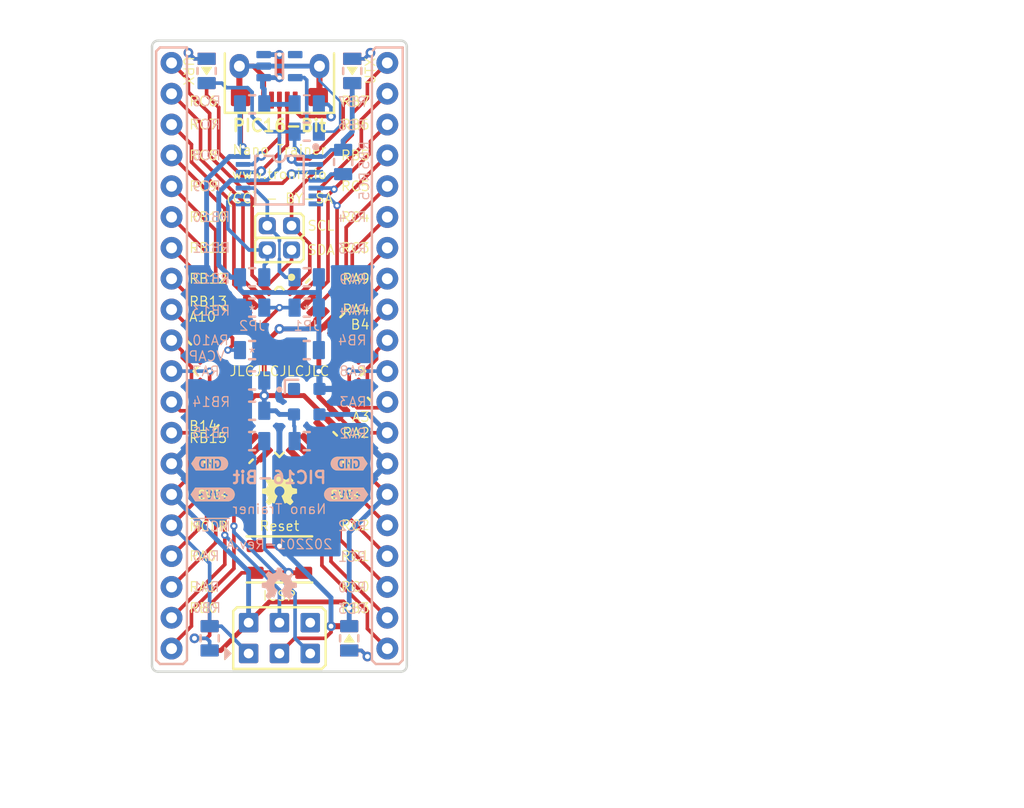
<source format=kicad_pcb>
(kicad_pcb (version 20221018) (generator pcbnew)
  (title_block (title "PIC16-Bit Nano Trainer") (date "01/2022") (rev "A"))
  (layers (0 "F.Cu" signal) (31 "B.Cu" signal) (34 "B.Paste" user) (35 "F.Paste" user) (36 "B.SilkS" user "B.Silkscreen") (37 "F.SilkS" user "F.Silkscreen") (38 "B.Mask" user) (39 "F.Mask" user) (44 "Edge.Cuts" user))
  (net 0 "")
  (net 1 "+3V3")
  (net 2 "GND")
  (net 3 "/VCAP")
  (net 4 "+5V")
  (net 5 "/DISVREG")
  (net 6 "RB6{slash}UTX")
  (net 7 "RB5{slash}URX")
  (net 8 "/RB2")
  (net 9 "/RB3")
  (net 10 "/RB4")
  (net 11 "/~{MCLR}")
  (net 12 "/RA0")
  (net 13 "/RA1")
  (net 14 "/RA3")
  (net 15 "RB9{slash}SDA")
  (net 16 "/RC6")
  (net 17 "/RC7")
  (net 18 "/RC8")
  (net 19 "/RC9")
  (net 20 "/RC0")
  (net 21 "/RB10")
  (net 22 "/RC1")
  (net 23 "/RC2")
  (net 24 "/RB11")
  (net 25 "/RB12")
  (net 26 "/RB13")
  (net 27 "/RA10")
  (net 28 "/RA7")
  (net 29 "/RC5")
  (net 30 "/RB14")
  (net 31 "/RB15")
  (net 32 "/RB0{slash}PGD")
  (net 33 "/RB1{slash}PGC")
  (net 34 "/RA2{slash}CLKI")
  (net 35 "Net-(K4-VBUS)")
  (net 36 "/RA8")
  (net 37 "/RA4")
  (net 38 "/RA9")
  (net 39 "/RC3")
  (net 40 "/RC4")
  (net 41 "/RB7")
  (net 42 "RB8{slash}SCL")
  (net 43 "Net-(U2-SCL)")
  (net 44 "Net-(U2-SDA)")
  (net 46 "Net-(K4-D-)")
  (net 47 "Net-(K4-D+)")
  (net 48 "Net-(C1-Pad1)")
  (net 50 "Net-(LED1-A)")
  (net 51 "Net-(LED2-C)")
  (net 52 "Net-(LED2-A)")
  (net 53 "Net-(LED3-C)")
  (net 54 "Net-(LED3-A)")
  (net 56 "Net-(U2-~{RESET})")
  (footprint "kibuzzard-6288ACE7" (layer "F.Cu") (at 116 85.395)
    (fp_text reference "kibuzzard-6288ACE7" hide)
    (fp_text value "G***" hide)
  )
  (footprint "tronixio:HARWIN-M22-25102xx" (layer "F.Cu") (at 109.5 65.25 90)
    (fp_text reference "JP4" hide)
    (fp_text value "SDA")
  )
  (footprint "tronixio:OSHW-3MM" (layer "F.Cu") (at 110.5 85)
    (fp_text reference "GT" hide)
    (fp_text value "LOGO" hide)
  )
  (footprint "tronixio:LED-SMD-0805" (layer "F.Cu") (at 116.25 97.25 -90)
    (fp_text reference "LED1" hide)
    (fp_text value "Power")
  )
  (footprint "tronixio:HARWIN-M20-998034x" (layer "F.Cu") (at 107.96 98.5 90)
    (fp_text reference "K3" hide)
    (fp_text value "ICSP")
  )
  (footprint "tronixio:HARWIN-M22-190-193" (layer "F.Cu") (at 119.12 104.25)
    (fp_text reference "H2" hide)
    (fp_text value "HARWIN-JUMPER-0200-03MM-BLACK" hide)
  )
  (footprint "tronixio:TQFP-44" (layer "F.Cu") (at 110.5 75.235 -45)
    (fp_text reference "U1" hide)
    (fp_text value "PIC24/dsPIC32")
  )
  (footprint "tronixio:HARWIN-M22-190-193" (layer "F.Cu") (at 114 104.25)
    (fp_text reference "H1" hide)
    (fp_text value "HARWIN-JUMPER-0200-03MM-BLACK" hide)
  )
  (footprint "kibuzzard-6288ACA8" (layer "F.Cu") (at 105 85.395)
    (fp_text reference "kibuzzard-6288ACA8" hide)
    (fp_text value "G***" hide)
  )
  (footprint "tronixio:HARWIN-M22-25102xx" (layer "F.Cu") (at 109.5 63.25 90)
    (fp_text reference "JP3" hide)
    (fp_text value "SCL")
  )
  (footprint "tronixio:USB-TYPE-B-MICRO-TH" (layer "F.Cu") (at 110.5 50.65 -90)
    (fp_text reference "K4" hide)
    (fp_text value "POWER & UART")
  )
  (footprint "tronixio:LED-SMD-0805" (layer "F.Cu") (at 116.5 50.5 90)
    (fp_text reference "LED3" hide)
    (fp_text value "UTX")
  )
  (footprint "kibuzzard-6288ACD9" (layer "F.Cu") (at 116.25 82.855)
    (fp_text reference "kibuzzard-6288ACD9" hide)
    (fp_text value "G***" hide)
  )
  (footprint "tronixio:RESISTOR-SMD-0805" (layer "F.Cu") (at 104.75 97.25 90)
    (fp_text reference "R1" hide)
    (fp_text value "10K")
  )
  (footprint "tronixio:ALPS-SKRPAC" (layer "F.Cu") (at 110.5 90.75)
    (fp_text reference "S1" hide)
    (fp_text value "Reset")
  )
  (footprint "kibuzzard-6288ACB7" (layer "F.Cu") (at 104.75 82.855)
    (fp_text reference "kibuzzard-6288ACB7" hide)
    (fp_text value "G***" hide)
  )
  (footprint "tronixio:LED-SMD-0805" (layer "F.Cu") (at 104.5 50.5 90)
    (fp_text reference "LED2" hide)
    (fp_text value "URX")
  )
  (footprint "tronixio:RESISTOR-SMD-0805" (layer "B.Cu") (at 112.75 70 180)
    (fp_text reference "JP1" hide)
    (fp_text value "0")
  )
  (footprint "tronixio:CAPACITOR-SMD-0805" (layer "B.Cu") (at 108.25 78.5 180)
    (fp_text reference "C3" hide)
    (fp_text value "100n")
  )
  (footprint "tronixio:RESISTOR-SMD-0805" (layer "B.Cu") (at 116.5 50.5 90)
    (fp_text reference "R7" hide)
    (fp_text value "4K7")
  )
  (footprint "tronixio:SAMTEC-TSW-120-22-T-S" (layer "B.Cu") (at 119.39 49.835 180)
    (fp_text reference "K2" hide)
    (fp_text value "MCU 2")
  )
  (footprint "tronixio:SOT-23-5" (layer "B.Cu") (at 110.5 50.1)
    (fp_text reference "U3" hide)
    (fp_text value "BU33SD5WG")
  )
  (footprint "tronixio:TSSOP-14" (layer "B.Cu") (at 110.5 59.5 180)
    (fp_text reference "U2" hide)
    (fp_text value "MCP2221A")
  )
  (footprint "tronixio:CAPACITOR-SMD-0805" (layer "B.Cu") (at 108.25 81 180)
    (fp_text reference "C1" hide)
    (fp_text value "100n")
  )
  (footprint "tronixio:RESISTOR-SMD-0805" (layer "B.Cu") (at 115.75 58 -90)
    (fp_text reference "R3" hide)
    (fp_text value "10K")
  )
  (footprint "tronixio:CAPACITOR-SMD-0805" (layer "B.Cu") (at 108.25 73.5)
    (fp_text reference "C6" hide)
    (fp_text value "10µ")
  )
  (footprint "tronixio:RESISTOR-SMD-0805" (layer "B.Cu") (at 104.5 50.5 90)
    (fp_text reference "R6" hide)
    (fp_text value "4K7")
  )
  (footprint "tronixio:CDFN-3225" (layer "B.Cu") (at 112.75 77.75 -90)
    (fp_text reference "MEMS1" hide)
    (fp_text value "DSC1001C")
  )
  (footprint "tronixio:RESISTOR-SMD-0805" (layer "B.Cu") (at 104.75 97.25 -90)
    (fp_text reference "R2" hide)
    (fp_text value "1K")
  )
  (footprint "tronixio:CAPACITOR-SMD-0805" (layer "B.Cu") (at 112.75 81)
    (fp_text reference "C2" hide)
    (fp_text value "100n")
  )
  (footprint "tronixio:SAMTEC-TSW-120-22-T-S" (layer "B.Cu") (at 101.61 49.835 180)
    (fp_text reference "K1" hide)
    (fp_text value "MCU 1")
  )
  (footprint "tronixio:RESISTOR-SMD-0805" (layer "B.Cu") (at 108.25 67.5)
    (fp_text reference "R5" hide)
    (fp_text value "4K7")
  )
  (footprint "tronixio:RESISTOR-SMD-0805" (layer "B.Cu") (at 112.75 67.5 180)
    (fp_text reference "R4" hide)
    (fp_text value "4K7")
  )
  (footprint "tronixio:CAPACITOR-SMD-0805" (layer "B.Cu") (at 112.75 55.5)
    (fp_text reference "C8" hide)
    (fp_text value "1µ")
  )
  (footprint "kibuzzard-640ED4F0" (layer "B.Cu") (at 105 85.395 180)
    (fp_text reference "kibuzzard-640ED4F0" hide)
    (fp_text value "G***" hide)
  )
  (footprint "kibuzzard-640ED50E" (layer "B.Cu") (at 116.25 82.855 180)
    (fp_text reference "kibuzzard-640ED50E" hide)
    (fp_text value "G***" hide)
  )
  (footprint "tronixio:CAPACITOR-SMD-0805" (layer "B.Cu") (at 112.75 73.5 180)
    (fp_text reference "C4" hide)
    (fp_text value "100n")
  )
  (footprint "tronixio:RESISTOR-SMD-0805" (layer "B.Cu") (at 108.25 70 180)
    (fp_text reference "JP2" hide)
    (fp_text value "0")
  )
  (footprint "tronixio:CAPACITOR-SMD-0805" (layer "B.Cu") (at 108.25 53.25 180)
    (fp_text reference "C7" hide)
    (fp_text value "1µ")
  )
  (footprint "tronixio:OSHW-3MM" (layer "B.Cu") (at 110.5 92.75 180)
    (fp_text reference "GB" hide)
    (fp_text value "LOGO" hide)
  )
  (footprint "tronixio:FUSE-SMD-0805" (layer "B.Cu") (at 112.75 53.25 180)
    (fp_text reference "F1" hide)
    (fp_text value "500mA")
  )
  (footprint "tronixio:CAPACITOR-SMD-0805" (layer "B.Cu") (at 108.25 76 180)
    (fp_text reference "C5" hide)
    (fp_text value "100n")
  )
  (footprint "kibuzzard-640ED4C8" (layer "B.Cu") (at 104.75 82.855 180)
    (fp_text reference "kibuzzard-640ED4C8" hide)
    (fp_text value "G***" hide)
  )
  (footprint "kibuzzard-640ED52E" (layer "B.Cu") (at 116 85.395 180)
    (fp_text reference "kibuzzard-640ED52E" hide)
    (fp_text value "G***" hide)
  )
  (footprint "tronixio:RESISTOR-SMD-0805" (layer "B.Cu") (at 116.25 97.25 -90)
    (fp_text reference "R8" hide)
    (fp_text value "4K7")
  )
  (gr_circle (center 110.5 76.75) (end 110.7 76.75) (stroke (width 0.1)) (fill solid) (layer "B.SilkS"))
  (gr_circle (center 113.5 56.75) (end 113.75 56.75) (stroke (width 0.1)) (fill solid) (layer "B.SilkS"))
  (gr_poly (pts (xy 106.5 98.5) (xy 106 98) (xy 106 99)) (stroke (width 0.1)) (fill solid) (layer "B.SilkS"))
  (gr_circle (center 111.5 67.5) (end 111.25 67.5) (stroke (width 0.1)) (fill solid) (layer "F.SilkS"))
  (gr_poly (pts (xy 106.5 98.5) (xy 106 99) (xy 106 98)) (stroke (width 0.1)) (fill solid) (layer "F.SilkS"))
  (gr_line (start 100.5 100) (end 120.5 100) (stroke (width 0.2)) (layer "Edge.Cuts"))
  (gr_arc (start 100 48.5) (mid 100.146447 48.146447) (end 100.5 48) (stroke (width 0.2)) (layer "Edge.Cuts"))
  (gr_arc (start 120.5 48) (mid 120.853553 48.146447) (end 121 48.5) (stroke (width 0.2)) (layer "Edge.Cuts"))
  (gr_arc (start 121 99.5) (mid 120.853553 99.853553) (end 120.5 100) (stroke (width 0.2)) (layer "Edge.Cuts"))
  (gr_line (start 100 48.5) (end 100 99.5) (stroke (width 0.2)) (layer "Edge.Cuts"))
  (gr_line (start 121 99.5) (end 121 48.5) (stroke (width 0.2)) (layer "Edge.Cuts"))
  (gr_line (start 120.5 48) (end 100.5 48) (stroke (width 0.2)) (layer "Edge.Cuts"))
  (gr_arc (start 100.5 100) (mid 100.146447 99.853553) (end 100 99.5) (stroke (width 0.2)) (layer "Edge.Cuts"))
  (gr_text "RB5" (at 117.5 57.455001 90) (layer "B.SilkS") (effects (font (size 0.8 0.8) (thickness 0.1)) (justify mirror)))
  (gr_text "RB12" (at 103.25 67.615) (layer "B.SilkS") (effects (font (size 0.8 0.8) (thickness 0.1)) (justify right mirror)))
  (gr_text "RB11" (at 103.25 65.075) (layer "B.SilkS") (effects (font (size 0.8 0.8) (thickness 0.1)) (justify right mirror)))
  (gr_text "RC7" (at 103.25 54.915) (layer "B.SilkS") (effects (font (size 0.8 0.8) (thickness 0.1)) (justify right mirror)))
  (gr_text "RA10" (at 103.25 72.695) (layer "B.SilkS") (effects (font (size 0.8 0.8) (thickness 0.1)) (justify right mirror)))
  (gr_text "JP2" (at 108.25 71.5) (layer "B.SilkS") (effects (font (size 0.8 0.8) (thickness 0.1)) (justify mirror)))
  (gr_text "RA4" (at 117.75 70.22) (layer "B.SilkS") (effects (font (size 0.8 0.8) (thickness 0.1)) (justify left mirror)))
  (gr_text "RC2" (at 117.75 88) (layer "B.SilkS") (effects (font (size 0.8 0.8) (thickness 0.1)) (justify left mirror)))
  (gr_text "RB3" (at 117.75 94.815) (layer "B.SilkS") (effects (font (size 0.8 0.8) (thickness 0.1)) (justify left mirror)))
  (gr_text "RC5" (at 117.5 59.995001 90) (layer "B.SilkS") (effects (font (size 0.8 0.8) (thickness 0.1)) (justify mirror)))
  (gr_text "RB15" (at 103.25 80.315) (layer "B.SilkS") (effects (font (size 0.8 0.8) (thickness 0.1)) (justify right mirror)))
  (gr_text "RC0" (at 117.75 93.065) (layer "B.SilkS") (effects (font (size 0.8 0.8) (thickness 0.1)) (justify left mirror)))
  (gr_text "Nano Trainer" (at 110.5 86.6) (layer "B.SilkS") (effects (font (size 0.8 0.8) (thickness 0.1)) (justify mirror)))
  (gr_text "RA1" (at 103.25 93.015) (layer "B.SilkS") (effects (font (size 0.8 0.8) (thickness 0.1)) (justify right mirror)))
  (gr_text "RC4" (at 117.75 62.535) (layer "B.SilkS") (effects (font (size 0.8 0.8) (thickness 0.1)) (justify left mirror)))
  (gr_text "VCAP" (at 104.5 74) (layer "B.SilkS") (effects (font (size 0.8 0.8) (thickness 0.1)) (justify mirror)))
  (gr_text "JP1" (at 112.75 71.5) (layer "B.SilkS") (effects (font (size 0.8 0.8) (thickness 0.1)) (justify mirror)))
  (gr_text "RB7" (at 117.75 53.065) (layer "B.SilkS") (effects (font (size 0.8 0.8) (thickness 0.1)) (justify left mirror)))
  (gr_text "*" (at 112.75 70.25) (layer "B.SilkS") (effects (font (size 0.8 0.8) (thickness 0.1)) (justify mirror)))
  (gr_text "RA8" (at 117.75 75.235) (layer "B.SilkS") (effects (font (size 0.8 0.8) (thickness 0.1)) (justify left mirror)))
  (gr_text "RA3" (at 117.75 77.775) (layer "B.SilkS") (effects (font (size 0.8 0.8) (thickness 0.1)) (justify left mirror)))
  (gr_text "RB0" (at 103.25 94.75) (layer "B.SilkS") (effects (font (size 0.8 0.8) (thickness 0.1)) (justify right mirror)))
  (gr_text "RC1" (at 117.75 90.54) (layer "B.SilkS") (effects (font (size 0.8 0.8) (thickness 0.1)) (justify left mirror)))
  (gr_text "~{MCLR}" (at 103.25 88.032) (layer "B.SilkS") (effects (font (size 0.8 0.8) (thickness 0.1)) (justify right mirror)))
  (gr_text "RB10" (at 103.25 62.535) (layer "B.SilkS") (effects (font (size 0.8 0.8) (thickness 0.1)) (justify right mirror)))
  (gr_text "RC8" (at 103.25 57.455) (layer "B.SilkS") (effects (font (size 0.8 0.8) (thickness 0.1)) (justify right mirror)))
  (gr_text "RB13" (at 103.25 70.25) (layer "B.SilkS") (effects (font (size 0.8 0.8) (thickness 0.1)) (justify right mirror)))
  (gr_text "202201-Rev.A" (at 110.5 89.5) (layer "B.SilkS") (effects (font (size 0.8 0.8) (thickness 0.1)) (justify mirror)))
  (gr_text "RA2" (at 117.75 80.38) (layer "B.SilkS") (effects (font (size 0.8 0.8) (thickness 0.1)) (justify left mirror)))
  (gr_text "RC9" (at 103.25 60) (layer "B.SilkS") (effects (font (size 0.8 0.8) (thickness 0.1)) (justify right mirror)))
  (gr_text "RB14" (at 103.25 77.775) (layer "B.SilkS") (effects (font (size 0.8 0.8) (thickness 0.1)) (justify right mirror)))
  (gr_text "PIC16-Bit" (at 110.5 84) (layer "B.SilkS") (effects (font (size 1 1) (thickness 0.2)) (justify mirror)))
  (gr_text "RA9" (at 117.75 67.68) (layer "B.SilkS") (effects (font (size 0.8 0.8) (thickness 0.1)) (justify left mirror)))
  (gr_text "RA0" (at 103.25 90.475) (layer "B.SilkS") (effects (font (size 0.8 0.8) (thickness 0.1)) (justify right mirror)))
  (gr_text "RC3" (at 117.75 65.14) (layer "B.SilkS") (effects (font (size 0.8 0.8) (thickness 0.1)) (justify left mirror)))
  (gr_text "RC6" (at 103.25 53) (layer "B.SilkS") (effects (font (size 0.8 0.8) (thickness 0.1)) (justify right mirror)))
  (gr_text "*" (at 108.25 70.25) (layer "B.SilkS") (effects (font (size 0.8 0.8) (thickness 0.1)) (justify mirror)))
  (gr_text "*" (at 108.25 73.75) (layer "B.SilkS") (effects (font (size 0.8 0.8) (thickness 0.1)) (justify mirror)))
  (gr_text "RA7" (at 103.25 75.25) (layer "B.SilkS") (effects (font (size 0.8 0.8) (thickness 0.1)) (justify right mirror)))
  (gr_text "RB4" (at 117.75 72.695) (layer "B.SilkS") (effects (font (size 0.8 0.8) (thickness 0.1)) (justify left mirror)))
  (gr_text "RB6" (at 117.75 54.98) (layer "B.SilkS") (effects (font (size 0.8 0.8) (thickness 0.1)) (justify left mirror)))
  (gr_text "RC6" (at 103 53) (layer "F.SilkS") (effects (font (size 0.8 0.8) (thickness 0.1)) (justify left)))
  (gr_text "RC8" (at 103 57.455) (layer "F.SilkS") (effects (font (size 0.8 0.8) (thickness 0.1)) (justify left)))
  (gr_text "Reset" (at 110.5 88) (layer "F.SilkS") (effects (font (size 0.8 0.8) (thickness 0.1))))
  (gr_text "RB10" (at 103 62.535) (layer "F.SilkS") (effects (font (size 0.8 0.8) (thickness 0.1)) (justify left)))
  (gr_text "RA0" (at 103 90.475) (layer "F.SilkS") (effects (font (size 0.8 0.8) (thickness 0.1)) (justify left)))
  (gr_text "(CC) - BY-SA" (at 110.5 61) (layer "F.SilkS") (effects (font (size 0.8 0.8) (thickness 0.1))))
  (gr_text "B4" (at 118 71.4) (layer "F.SilkS") (effects (font (size 0.8 0.8) (thickness 0.1)) (justify right)))
  (gr_text "URX" (at 103 50.5 270) (layer "F.SilkS") (effects (font (size 0.8 0.8) (thickness 0.1))))
  (gr_text "RC7" (at 103 54.915) (layer "F.SilkS") (effects (font (size 0.8 0.8) (thickness 0.1)) (justify left)))
  (gr_text "ICSP" (at 110.5 93.75) (layer "F.SilkS") (effects (font (size 0.8 0.8) (thickness 0.1))))
  (gr_text "RB12" (at 103 67.615) (layer "F.SilkS") (effects (font (size 0.8 0.8) (thickness 0.1)) (justify left)))
  (gr_text "RB5" (at 118 57.455) (layer "F.SilkS") (effects (font (size 0.8 0.8) (thickness 0.1)) (justify right)))
  (gr_text "RB6" (at 118 54.915) (layer "F.SilkS") (effects (font (size 0.8 0.8) (thickness 0.1)) (justify right)))
  (gr_text "RC4" (at 118 62.535) (layer "F.SilkS") (effects (font (size 0.8 0.8) (thickness 0.1)) (justify right)))
  (gr_text "Nano Trainer" (at 110.5 57) (layer "F.SilkS") (effects (font (size 0.8 0.8) (thickness 0.1))))
  (gr_text "~{MCLR}" (at 103 88.032) (layer "F.SilkS") (effects (font (size 0.8 0.8) (thickness 0.1)) (justify left)))
  (gr_text "RC9" (at 103 59.995) (layer "F.SilkS") (effects (font (size 0.8 0.8) (thickness 0.1)) (justify left)))
  (gr_text "RB0" (at 103 94.75) (layer "F.SilkS") (effects (font (size 0.8 0.8) (thickness 0.1)) (justify left)))
  (gr_text "PIC16-Bit" (at 110.5 55) (layer "F.SilkS") (effects (font (size 1 1) (thickness 0.2))))
  (gr_text "A10" (at 103 70.75) (layer "F.SilkS") (effects (font (size 0.8 0.8) (thickness 0.1)) (justify left)))
  (gr_text "RB15" (at 103 80.75) (layer "F.SilkS") (effects (font (size 0.8 0.8) (thickness 0.1)) (justify left)))
  (gr_text "RA9" (at 118 67.615) (layer "F.SilkS") (effects (font (size 0.8 0.8) (thickness 0.1)) (justify right)))
  (gr_text "SDA" (at 112.75 65.25) (layer "F.SilkS") (effects (font (size 0.8 0.8) (thickness 0.1)) (justify left)))
  (gr_text "RC1" (at 118 90.475) (layer "F.SilkS") (effects (font (size 0.8 0.8) (thickness 0.1)) (justify right)))
  (gr_text "RA2" (at 118 80.315) (layer "F.SilkS") (effects (font (size 0.8 0.8) (thickness 0.1)) (justify right)))
  (gr_text "SCL" (at 112.75 63.25) (layer "F.SilkS") (effects (font (size 0.8 0.8) (thickness 0.1)) (justify left)))
  (gr_text "RA1" (at 103 93.015) (layer "F.SilkS") (effects (font (size 0.8 0.8) (thickness 0.1)) (justify left)))
  (gr_text "RB13" (at 103 69.5) (layer "F.SilkS") (effects (font (size 0.8 0.8) (thickness 0.1)) (justify left)))
  (gr_text "RC5" (at 118 59.995) (layer "F.SilkS") (effects (font (size 0.8 0.8) (thickness 0.1)) (justify right)))
  (gr_text "RB11" (at 103 65.075) (layer "F.SilkS") (effects (font (size 0.8 0.8) (thickness 0.1)) (justify left)))
  (gr_text "A3" (at 118 79) (layer "F.SilkS") (effects (font (size 0.8 0.8) (thickness 0.1)) (justify right)))
  (gr_text "B14" (at 103 79.75) (layer "F.SilkS") (effects (font (size 0.8 0.8) (thickness 0.1)) (justify left)))
  (gr_text "www.tronix.io" (at 110.5 59) (layer "F.SilkS") (effects (font (size 0.8 0.8) (thickness 0.1))))
  (gr_text "UTX" (at 118 50.5 90) (layer "F.SilkS") (effects (font (size 0.8 0.8) (thickness 0.1))))
  (gr_text "RC3" (at 118 65.075) (layer "F.SilkS") (effects (font (size 0.8 0.8) (thickness 0.1)) (justify right)))
  (gr_text "RA4" (at 118 70.155) (layer "F.SilkS") (effects (font (size 0.8 0.8) (thickness 0.1)) (justify right)))
  (gr_text "JLCJLCJLCJLC" (at 110.5 75.235) (layer "F.SilkS") (effects (font (size 0.8 0.8) (thickness 0.1))))
  (gr_text "RB3" (at 118 94.75) (layer "F.SilkS") (effects (font (size 0.8 0.8) (thickness 0.1)) (justify right)))
  (gr_text "RC2" (at 118 87.935) (layer "F.SilkS") (effects (font (size 0.8 0.8) (thickness 0.1)) (justify right)))
  (gr_text "RC0" (at 118 93) (layer "F.SilkS") (effects (font (size 0.8 0.8) (thickness 0.1)) (justify right)))
  (gr_text "RB7" (at 118 53) (layer "F.SilkS") (effects (font (size 0.8 0.8) (thickness 0.1)) (justify right)))
  (segment (start 101.61 85.395) (end 103 84.005) (width 0.3) (layer "F.Cu") (net 1))
  (segment (start 119.39 85.395) (end 117.75 83.755) (width 0.3) (layer "F.Cu") (net 1))
  (segment (start 106.469491 79.265509) (end 108.485 77.25) (width 0.4) (layer "F.Cu") (net 1))
  (segment (start 117.75 83.755) (end 117.75 82.485) (width 0.3) (layer "F.Cu") (net 1))
  (segment (start 105.67 98.25) (end 107.96 95.96) (width 0.4) (layer "F.Cu") (net 1))
  (segment (start 117.75 82.485) (end 114.530509 79.265509) (width 0.3) (layer "F.Cu") (net 1))
  (segment (start 104.75 98.25) (end 105.67 98.25) (width 0.4) (layer "F.Cu") (net 1))
  (segment (start 115.75 94.25) (end 109.67 94.25) (width 0.4) (layer "F.Cu") (net 1))
  (segment (start 110.5 71.75) (end 112.85363 71.75) (width 0.4) (layer "F.Cu") (net 1))
  (segment (start 109.25 73) (end 110.5 71.75) (width 0.4) (layer "F.Cu") (net 1))
  (segment (start 109.25 77.25) (end 108.485 77.25) (width 0.4) (layer "F.Cu") (net 1))
  (segment (start 116.25 94.75) (end 115.75 94.25) (width 0.4) (layer "F.Cu") (net 1))
  (segment (start 103 84.005) (end 103 82.735) (width 0.3) (layer "F.Cu") (net 1))
  (segment (start 109.67 94.25) (end 107.96 95.96) (width 0.4) (layer "F.Cu") (net 1))
  (segment (start 112.85363 71.75) (end 113.964823 70.638806) (width 0.4) (layer "F.Cu") (net 1))
  (segment (start 103 82.735) (end 106.469491 79.265509) (width 0.3) (layer "F.Cu") (net 1))
  (segment (start 109.25 77.25) (end 109.25 73) (width 0.4) (layer "F.Cu") (net 1))
  (segment (start 114.530509 79.265509) (end 112.515 77.25) (width 0.4) (layer "F.Cu") (net 1))
  (segment (start 112.515 77.25) (end 109.25 77.25) (width 0.4) (layer "F.Cu") (net 1))
  (via (at 109.25 77.25) (size 0.8) (drill 0.4) (layers "F.Cu" "B.Cu") (net 1))
  (via (at 110.5 71.75) (size 0.8) (drill 0.4) (layers "F.Cu" "B.Cu") (net 1))
  (via (at 116.25 94.75) (size 0.8) (drill 0.4) (layers "F.Cu" "B.Cu") (net 1))
  (segment (start 105.5 60.5) (end 106.5 59.5) (width 0.4) (layer "B.Cu") (net 1))
  (segment (start 112.5 55.5) (end 112.75 55.25) (width 0.3) (layer "B.Cu") (net 1))
  (segment (start 110.5 71.75) (end 113.75 71.75) (width 0.4) (layer "B.Cu") (net 1))
  (segment (start 108.25 52.25) (end 108.25 54.25) (width 0.3) (layer "B.Cu") (net 1))
  (segment (start 104.5 51.5) (end 105.75 51.5) (width 0.3) (layer "B.Cu") (net 1))
  (segment (start 116.25 96.25) (end 116.25 94.75) (width 0.4) (layer "B.Cu") (net 1))
  (segment (start 113.75 67.5) (end 113.75 68.75) (width 0.5) (layer "B.Cu") (net 1))
  (segment (start 110.2 78.5) (end 110.5 78.8) (width 0.4) (layer "B.Cu") (net 1))
  (segment (start 113.5 57.55) (end 114.2 57.55) (width 0.3) (layer "B.Cu") (net 1))
  (segment (start 107.875 51.875) (end 108.25 52.25) (width 0.3) (layer "B.Cu") (net 1))
  (segment (start 113.75 71.75) (end 113.75 70) (width 0.4) (layer "B.Cu") (net 1))
  (segment (start 115.75 56.25) (end 115.75 57) (width 0.4) (layer "B.Cu") (net 1))
  (segment (start 107.96 91.745) (end 101.61 85.395) (width 0.4) (layer "B.Cu") (net 1))
  (segment (start 111.7 78.8) (end 111.7 79.75) (width 0.3) (layer "B.Cu") (net 1))
  (segment (start 108.25 54.25) (end 109.5 55.5) (width 0.3) (layer "B.Cu") (net 1))
  (segment (start 110.5 78.8) (end 111.7 78.8) (width 0.4) (layer "B.Cu") (net 1))
  (segment (start 112.75 55.25) (end 112.75 51.25) (width 0.3) (layer "B.Cu") (net 1))
  (segment (start 111.75 56.75) (end 112.55 57.55) (width 0.3) (layer "B.Cu") (net 1))
  (segment (start 106.125 51.875) (end 107.875 51.875) (width 0.3) (layer "B.Cu") (net 1))
  (segment (start 109.25 78.5) (end 110.2 78.5) (width 0.4) (layer "B.Cu") (net 1))
  (segment (start 111.7 79.75) (end 111.75 79.8) (width 0.3) (layer "B.Cu") (net 1))
  (segment (start 112.55 57.55) (end 113.5 57.55) (width 0.3) (layer "B.Cu") (net 1))
  (segment (start 111.75 55.5) (end 112.5 55.5) (width 0.3) (layer "B.Cu") (net 1))
  (segment (start 105.5 66.5) (end 105.5 60.5) (width 0.4) (layer "B.Cu") (net 1))
  (segment (start 112.75 51.25) (end 112.55 51.05) (width 0.3) (layer "B.Cu") (net 1))
  (segment (start 106.5 67.5) (end 105.5 66.5) (width 0.4) (layer "B.Cu") (net 1))
  (segment (start 109.5 59.5) (end 110.5 58.5) (width 0.3) (layer "B.Cu") (net 1))
  (segment (start 111.75 79.8) (end 111.75 81) (width 0.3) (layer "B.Cu") (net 1))
  (segment (start 109.25 78.5) (end 109.25 76) (width 0.4) (layer "B.Cu") (net 1))
  (segment (start 107.25 68.5) (end 107.5 68.75) (width 0.4) (layer "B.Cu") (net 1))
  (segment (start 113.75 68.75) (end 113.75 70) (width 0.5) (layer "B.Cu") (net 1))
  (segment (start 107.5 68.75) (end 113.75 68.75) (width 0.4) (layer "B.Cu") (net 1))
  (segment (start 115.75 56.25) (end 116.5 55.5) (width 0.4) (layer "B.Cu") (net 1))
  (segment (start 109.5 55.5) (end 110.5 55.5) (width 0.3) (layer "B.Cu") (net 1))
  (segment (start 116.5 55.5) (end 116.5 51.5) (width 0.4) (layer "B.Cu") (net 1))
  (segment (start 111.75 55.5) (end 111.75 56.75) (width 0.3) (layer "B.Cu") (net 1))
  (segment (start 105.75 51.5) (end 106.125 51.875) (width 0.3) (layer "B.Cu") (net 1))
  (segment (start 119.39 85.395) (end 116.25 88.535) (width 0.4) (layer "B.Cu") (net 1))
  (segment (start 112.55 51.05) (end 111.8 51.05) (width 0.3) (layer "B.Cu") (net 1))
  (segment (start 113.75 73.5) (end 113.75 71.75) (width 0.4) (layer "B.Cu") (net 1))
  (segment (start 107.25 67.5) (end 107.25 68.5) (width 0.4) (layer "B.Cu") (net 1))
  (segment (start 106.5 59.5) (end 107.5 59.5) (width 0.4) (layer "B.Cu") (net 1))
  (segment (start 107.96 95.96) (end 107.96 91.745) (width 0.4) (layer "B.Cu") (net 1))
  (segment (start 107.5 59.5) (end 109.5 59.5) (width 0.3) (layer "B.Cu") (net 1))
  (segment (start 110.5 55.5) (end 111.75 55.5) (width 0.3) (layer "B.Cu") (net 1))
  (segment (start 116.25 88.535) (end 116.25 94.75) (width 0.4) (layer "B.Cu") (net 1))
  (segment (start 107.25 67.5) (end 106.5 67.5) (width 0.4) (layer "B.Cu") (net 1))
  (segment (start 110.5 58.5) (end 110.5 55.5) (width 0.3) (layer "B.Cu") (net 1))
  (segment (start 114.75 57) (end 115.75 57) (width 0.3) (layer "B.Cu") (net 1))
  (segment (start 114.2 57.55) (end 114.75 57) (width 0.3) (layer "B.Cu") (net 1))
  (segment (start 116.25 96.25) (end 114.75 96.25) (width 0.5) (layer "F.Cu") (net 2))
  (segment (start 101.748629 82.855) (end 105.903806 78.699823) (width 0.3) (layer "F.Cu") (net 2))
  (segment (start 110.5 98.5) (end 111.75 97.25) (width 0.3) (layer "F.Cu") (net 2))
  (segment (start 112.6 89.65) (end 110.5 89.65) (width 0.4) (layer "F.Cu") (net 2))
  (segment (start 113.75 77.353629) (end 113.75 75.4) (width 0.4) (layer "F.Cu") (net 2))
  (segment (start 107.2 50.1) (end 108.35 50.1) (width 0.4) (layer "F.Cu") (net 2))
  (segment (start 113.75 75.4) (end 113.75 71.985) (width 0.4) (layer "F.Cu") (net 2))
  (segment (start 107.3 52.65) (end 107.3 56.55) (width 0.4) (layer "F.Cu") (net 2))
  (segment (start 119.251371 82.855) (end 115.096194 78.699823) (width 0.3) (layer "F.Cu") (net 2))
  (segment (start 107.3 56.55) (end 107.5 56.75) (width 0.4) (layer "F.Cu") (net 2))
  (segment (start 111.75 97.25) (end 114.25 97.25) (width 0.3) (layer "F.Cu") (net 2))
  (segment (start 107.2 50.1) (end 107.2 52.4) (width 0.5) (layer "F.Cu") (net 2))
  (segment (start 108.35 50.1) (end 109.2 50.95) (width 0.4) (layer "F.Cu") (net 2))
  (segment (start 115.096194 78.699823) (end 113.75 77.353629) (width 0.4) (layer "F.Cu") (net 2))
  (segment (start 114.25 97.25) (end 114.75 96.75) (width 0.3) (layer "F.Cu") (net 2))
  (segment (start 113.75 71.985) (end 114.530509 71.204491) (width 0.4) (layer "F.Cu") (net 2))
  (segment (start 114.75 96.75) (end 114.75 96.25) (width 0.3) (layer "F.Cu") (net 2))
  (segment (start 109.2 50.95) (end 109.2 52.9) (width 0.4) (layer "F.Cu") (net 2))
  (segment (start 108.4 89.65) (end 110.5 89.65) (width 0.4) (layer "F.Cu") (net 2))
  (segment (start 113.8 50.1) (end 113.8 52.4) (width 0.5) (layer "F.Cu") (net 2))
  (via (at 114.75 96.25) (size 0.8) (drill 0.4) (layers "F.Cu" "B.Cu") (net 2))
  (via (at 107.5 56.75) (size 0.6) (drill 0.3) (layers "F.Cu" "B.Cu") (net 2))
  (via (at 110.5 89.65) (size 0.8) (drill 0.4) (layers "F.Cu" "B.Cu") (net 2))
  (via (at 113.75 75.25) (size 0.8) (drill 0.4) (layers "F.Cu" "B.Cu") (net 2))
  (segment (start 107.25 70) (end 106 70) (width 0.4) (layer "B.Cu") (net 2))
  (segment (start 107.5 56.75) (end 107.25 56.5) (width 0.4) (layer "B.Cu") (net 2))
  (segment (start 114.75 93.9) (end 110.5 89.65) (width 0.4) (layer "B.Cu") (net 2))
  (segment (start 109.1 50.1) (end 113.8 50.1) (width 0.4) (layer "B.Cu") (net 2))
  (segment (start 107.5 57.55) (end 107.5 56.75) (width 0.4) (layer "B.Cu") (net 2))
  (segment (start 113.8 51.3) (end 113.8 50.1) (width 0.2) (layer "B.Cu") (net 2))
  (segment (start 107.25 56.5) (end 107.25 53.25) (width 0.4) (layer "B.Cu") (net 2))
  (segment (start 115 55.5) (end 115.5 55) (width 0.2) (layer "B.Cu") (net 2))
  (segment (start 114.75 96.25) (end 114.75 93.9) (width 0.4) (layer "B.Cu") (net 2))
  (segment (start 115.5 55) (end 115.5 53) (width 0.2) (layer "B.Cu") (net 2))
  (segment (start 115.5 53) (end 113.8 51.3) (width 0.2) (layer "B.Cu") (net 2))
  (segment (start 104.5 68.5) (end 104.5 59.446786) (width 0.4) (layer "B.Cu") (net 2))
  (segment (start 113.75 55.5) (end 115 55.5) (width 0.2) (layer "B.Cu") (net 2))
  (segment (start 107.2 50.1) (end 109.1 50.1) (width 0.4) (layer "B.Cu") (net 2))
  (segment (start 104.5 59.446786) (end 106.396786 57.55) (width 0.4) (layer "B.Cu") (net 2))
  (segment (start 106 70) (end 104.5 68.5) (width 0.4) (layer "B.Cu") (net 2))
  (segment (start 106.396786 57.55) (end 107.5 57.55) (width 0.4) (layer "B.Cu") (net 2))
  (segment (start 106.633629 72.5) (end 106.633629 73.116371) (width 0.3) (layer "F.Cu") (net 3))
  (segment (start 106.633629 73.116371) (end 106.25 73.5) (width 0.3) (layer "F.Cu") (net 3))
  (segment (start 105.903806 71.770177) (end 106.633629 72.5) (width 0.3) (layer "F.Cu") (net 3))
  (via (at 106.25 73.5) (size 0.6) (drill 0.3) (layers "F.Cu" "B.Cu") (net 3))
  (segment (start 107.25 73.5) (end 106.25 73.5) (width 0.3) (layer "B.Cu") (net 3))
  (segment (start 110.5 51.05) (end 110.5 49.15) (width 0.4) (layer "F.Cu") (net 4))
  (via (at 110.5 49.15) (size 0.75) (drill 0.35) (layers "F.Cu" "B.Cu") (net 4))
  (via (at 110.5 51.05) (size 0.75) (drill 0.35) (layers "F.Cu" "B.Cu") (net 4))
  (segment (start 111.75 53.25) (end 109.25 53.25) (width 0.4) (layer "B.Cu") (net 4))
  (segment (start 110.4 49.15) (end 110.5 49.25) (width 0.3) (layer "B.Cu") (net 4))
  (segment (start 109.1 51.05) (end 109.1 51.85) (width 0.4) (layer "B.Cu") (net 4))
  (segment (start 109.1 51.05) (end 110.5 51.05) (width 0.4) (layer "B.Cu") (net 4))
  (segment (start 109.1 49.15) (end 110.4 49.15) (width 0.4) (layer "B.Cu") (net 4))
  (segment (start 109.25 52) (end 109.25 53.25) (width 0.4) (layer "B.Cu") (net 4))
  (segment (start 109.1 51.85) (end 109.25 52) (width 0.4) (layer "B.Cu") (net 4))
  (segment (start 106.469491 71.204491) (end 107.265 72) (width 0.3) (layer "F.Cu") (net 5))
  (segment (start 107.265 72) (end 108.5 72) (width 0.3) (layer "F.Cu") (net 5))
  (segment (start 108.5 72) (end 110.5 70) (width 0.3) (layer "F.Cu") (net 5))
  (via (at 110.5 70) (size 0.6) (drill 0.3) (layers "F.Cu" "B.Cu") (net 5))
  (segment (start 111.75 70) (end 109.25 70) (width 0.3) (layer "B.Cu") (net 5))
  (segment (start 112.833452 69.507435) (end 114.5 67.840887) (width 0.3) (layer "F.Cu") (net 6))
  (segment (start 114.5 67.840887) (end 114.5 60.75) (width 0.3) (layer "F.Cu") (net 6))
  (segment (start 118 56.305) (end 118 57.25) (width 0.3) (layer "F.Cu") (net 6))
  (segment (start 118 57.25) (end 114.5 60.75) (width 0.3) (layer "F.Cu") (net 6))
  (segment (start 119.39 54.915) (end 118 56.305) (width 0.3) (layer "F.Cu") (net 6))
  (via (at 115 60.25) (size 0.6) (drill 0.3) (layers "F.Cu" "B.Cu") (net 6))
  (segment (start 115 60.25) (end 114.9 60.15) (width 0.3) (layer "B.Cu") (net 6))
  (segment (start 114.9 60.15) (end 113.5 60.15) (width 0.3) (layer "B.Cu") (net 6))
  (segment (start 113.399138 70.07312) (end 115.25 68.222258) (width 0.3) (layer "F.Cu") (net 7))
  (segment (start 115.25 61.595) (end 119.39 57.455) (width 0.3) (layer "F.Cu") (net 7))
  (segment (start 115.25 68.222258) (end 115.25 61.595) (width 0.3) (layer "F.Cu") (net 7))
  (via (at 115.25 61.595) (size 0.6) (drill 0.3) (layers "F.Cu" "B.Cu") (net 7))
  (segment (start 114.455 60.8) (end 113.5 60.8) (width 0.3) (layer "B.Cu") (net 7))
  (segment (start 115.25 61.595) (end 114.455 60.8) (width 0.3) (layer "B.Cu") (net 7))
  (segment (start 117.75 95) (end 114 91.25) (width 0.3) (layer "F.Cu") (net 8))
  (segment (start 119.39 98.095) (end 117.75 96.455) (width 0.3) (layer "F.Cu") (net 8))
  (segment (start 114 91.25) (end 114 84.391854) (width 0.3) (layer "F.Cu") (net 8))
  (segment (start 117.75 96.455) (end 117.75 95) (width 0.3) (layer "F.Cu") (net 8))
  (segment (start 114 84.391854) (end 111.702082 82.093936) (width 0.3) (layer "F.Cu") (net 8))
  (segment (start 114.75 90.915) (end 114.75 84.010483) (width 0.3) (layer "F.Cu") (net 9))
  (segment (start 114.75 84.010483) (end 112.267767 81.52825) (width 0.3) (layer "F.Cu") (net 9))
  (segment (start 119.39 95.555) (end 114.75 90.915) (width 0.3) (layer "F.Cu") (net 9))
  (segment (start 117.75 75) (end 117.75 76.046018) (width 0.3) (layer "F.Cu") (net 10))
  (segment (start 117.75 76.046018) (end 117.358936 76.437082) (width 0.3) (layer "F.Cu") (net 10))
  (segment (start 118.5 73.585) (end 118.5 74.25) (width 0.3) (layer "F.Cu") (net 10))
  (segment (start 118.5 74.25) (end 117.75 75) (width 0.3) (layer "F.Cu") (net 10))
  (segment (start 119.39 72.695) (end 118.5 73.585) (width 0.3) (layer "F.Cu") (net 10))
  (segment (start 101.61 87.935) (end 103.75 85.795) (width 0.3) (layer "F.Cu") (net 11))
  (segment (start 103.75 83.116371) (end 107.035177 79.831194) (width 0.3) (layer "F.Cu") (net 11))
  (segment (start 103.75 85.795) (end 103.75 83.116371) (width 0.3) (layer "F.Cu") (net 11))
  (segment (start 107.96 98.5) (end 105.71 96.25) (width 0.3) (layer "B.Cu") (net 11))
  (segment (start 104.75 91.075) (end 104.75 96.25) (width 0.3) (layer "B.Cu") (net 11))
  (segment (start 101.61 87.935) (end 104.75 91.075) (width 0.3) (layer "B.Cu") (net 11))
  (segment (start 105.71 96.25) (end 104.75 96.25) (width 0.3) (layer "B.Cu") (net 11))
  (segment (start 104.5 87.585) (end 101.61 90.475) (width 0.3) (layer "F.Cu") (net 12))
  (segment (start 104.5 87.585) (end 104.5 83.497742) (width 0.3) (layer "F.Cu") (net 12))
  (segment (start 104.5 83.497742) (end 107.600862 80.39688) (width 0.3) (layer "F.Cu") (net 12))
  (segment (start 101.61 93.015) (end 105.25 89.375) (width 0.3) (layer "F.Cu") (net 13))
  (segment (start 105.25 83.879113) (end 108.166548 80.962565) (width 0.3) (layer "F.Cu") (net 13))
  (segment (start 105.25 89.375) (end 105.25 83.879113) (width 0.3) (layer "F.Cu") (net 13))
  (segment (start 116.909113 78.25) (end 118.915 78.25) (width 0.3) (layer "F.Cu") (net 14))
  (segment (start 116.227565 77.568452) (end 116.909113 78.25) (width 0.3) (layer "F.Cu") (net 14))
  (segment (start 111.5 65.25) (end 111.5 66.173982) (width 0.3) (layer "F.Cu") (net 15))
  (segment (start 104.75 54) (end 103 52.25) (width 0.3) (layer "F.Cu") (net 15))
  (segment (start 104.75 57.5) (end 104.75 54) (width 0.3) (layer "F.Cu") (net 15))
  (segment (start 108.25 61) (end 108.25 67.328146) (width 0.3) (layer "F.Cu") (net 15))
  (segment (start 103 51.225) (end 101.61 49.835) (width 0.3) (layer "F.Cu") (net 15))
  (segment (start 111.5 66.173982) (end 109.297918 68.376064) (width 0.3) (layer "F.Cu") (net 15))
  (segment (start 109.297918 68.376064) (end 108.25 67.328146) (width 0.3) (layer "F.Cu") (net 15))
  (segment (start 103 52.25) (end 103 51.225) (width 0.3) (layer "F.Cu") (net 15))
  (segment (start 108.25 61) (end 104.75 57.5) (width 0.3) (layer "F.Cu") (net 15))
  (segment (start 104 57.75) (end 107.5 61.25) (width 0.3) (layer "F.Cu") (net 16))
  (segment (start 101.61 52.375) (end 104 54.765) (width 0.3) (layer "F.Cu") (net 16))
  (segment (start 104 54.765) (end 104 57.75) (width 0.3) (layer "F.Cu") (net 16))
  (segment (start 107.5 67.709517) (end 108.732233 68.94175) (width 0.3) (layer "F.Cu") (net 16))
  (segment (start 107.5 61.25) (end 107.5 67.709517) (width 0.3) (layer "F.Cu") (net 16))
  (segment (start 106.75 68.090887) (end 106.75 61.5) (width 0.3) (layer "F.Cu") (net 17))
  (segment (start 106.75 61.5) (end 103.25 58) (width 0.3) (layer "F.Cu") (net 17))
  (segment (start 103.25 58) (end 103.25 56.555) (width 0.3) (layer "F.Cu") (net 17))
  (segment (start 108.166548 69.507435) (end 106.75 68.090887) (width 0.3) (layer "F.Cu") (net 17))
  (segment (start 103.25 56.555) (end 101.61 54.915) (width 0.3) (layer "F.Cu") (net 17))
  (segment (start 101.61 57.455) (end 106 61.845) (width 0.3) (layer "F.Cu") (net 18))
  (segment (start 106 61.845) (end 106 68.472258) (width 0.3) (layer "F.Cu") (net 18))
  (segment (start 106 68.472258) (end 107.600862 70.07312) (width 0.3) (layer "F.Cu") (net 18))
  (segment (start 105.25 63.635) (end 105.25 68.853629) (width 0.3) (layer "F.Cu") (net 19))
  (segment (start 105.25 68.853629) (end 107.035177 70.638806) (width 0.3) (layer "F.Cu") (net 19))
  (segment (start 101.61 59.995) (end 105.25 63.635) (width 0.3) (layer "F.Cu") (net 19))
  (segment (start 115.5 83.629113) (end 112.833452 80.962565) (width 0.3) (layer "F.Cu") (net 20))
  (segment (start 119.39 93.015) (end 115.5 89.125) (width 0.3) (layer "F.Cu") (net 20))
  (segment (start 115.5 89.125) (end 115.5 83.629113) (width 0.3) (layer "F.Cu") (net 20))
  (segment (start 105.335862 72.335862) (end 104.5 71.5) (width 0.3) (layer "F.Cu") (net 21))
  (segment (start 104.5 65.425) (end 101.61 62.535) (width 0.3) (layer "F.Cu") (net 21))
  (segment (start 104.5 71.5) (end 104.5 65.425) (width 0.3) (layer "F.Cu") (net 21))
  (segment (start 116.25 83.247742) (end 113.399138 80.39688) (width 0.3) (layer "F.Cu") (net 22))
  (segment (start 116.25 87.335) (end 116.25 83.247742) (width 0.3) (layer "F.Cu") (net 22))
  (segment (start 119.39 90.475) (end 116.25 87.335) (width 0.3) (layer "F.Cu") (net 22))
  (segment (start 117 82.866371) (end 113.964823 79.831194) (width 0.3) (layer "F.Cu") (net 23))
  (segment (start 117 85.545) (end 117 82.866371) (width 0.3) (layer "F.Cu") (net 23))
  (segment (start 119.39 87.935) (end 117 85.545) (width 0.3) (layer "F.Cu") (net 23))
  (segment (start 104 72.129113) (end 104 67.465) (width 0.3) (layer "F.Cu") (net 24))
  (segment (start 104 67.465) (end 101.61 65.075) (width 0.3) (layer "F.Cu") (net 24))
  (segment (start 104.772435 72.901548) (end 104 72.129113) (width 0.3) (layer "F.Cu") (net 24))
  (segment (start 104.20675 73.45675) (end 103.5 72.75) (width 0.3) (layer "F.Cu") (net 25))
  (segment (start 103.5 69.505) (end 101.61 67.615) (width 0.3) (layer "F.Cu") (net 25))
  (segment (start 103.5 72.75) (end 103.5 69.505) (width 0.3) (layer "F.Cu") (net 25))
  (segment (start 103 73.391854) (end 103 71.545) (width 0.3) (layer "F.Cu") (net 26))
  (segment (start 103.641064 74.032918) (end 103 73.391854) (width 0.3) (layer "F.Cu") (net 26))
  (segment (start 103 71.545) (end 101.61 70.155) (width 0.3) (layer "F.Cu") (net 26))
  (segment (start 103.25 74.875) (end 103.25 76.046018) (width 0.3) (layer "F.Cu") (net 27))
  (segment (start 102.5 73.585) (end 102.5 74.125) (width 0.3) (layer "F.Cu") (net 27))
  (segment (start 101.61 72.695) (end 102.5 73.585) (width 0.3) (layer "F.Cu") (net 27))
  (segment (start 103.25 76.046018) (end 103.641064 76.437082) (width 0.3) (layer "F.Cu") (net 27))
  (segment (start 102.5 74.125) (end 103.25 74.875) (width 0.3) (layer "F.Cu") (net 27))
  (segment (start 104.20675 77.002767) (end 104.75 76.459517) (width 0.3) (layer "F.Cu") (net 28))
  (segment (start 104.75 76.459517) (end 104.75 75.235) (width 0.3) (layer "F.Cu") (net 28))
  (via (at 104.75 75.235) (size 0.6) (drill 0.3) (layers "F.Cu" "B.Cu") (net 28))
  (segment (start 104.75 75.235) (end 101.61 75.235) (width 0.3) (layer "B.Cu") (net 28))
  (segment (start 115.096194 71.770177) (end 116 70.866371) (width 0.3) (layer "F.Cu") (net 29))
  (segment (start 116 63.385) (end 119.39 59.995) (width 0.3) (layer "F.Cu") (net 29))
  (segment (start 116 70.866371) (end 116 63.385) (width 0.3) (layer "F.Cu") (net 29))
  (segment (start 103.840887 78.5) (end 102.335 78.5) (width 0.3) (layer "F.Cu") (net 30))
  (segment (start 104.772435 77.568452) (end 103.840887 78.5) (width 0.3) (layer "F.Cu") (net 30))
  (segment (start 102.335 78.5) (end 101.61 77.775) (width 0.3) (layer "F.Cu") (net 30))
  (segment (start 103.157258 80.315) (end 105.33812 78.134138) (width 0.3) (layer "F.Cu") (net 31))
  (segment (start 101.61 80.315) (end 103.157258 80.315) (width 0.3) (layer "F.Cu") (net 31))
  (segment (start 106 84.260483) (end 108.732233 81.52825) (width 0.3) (layer "F.Cu") (net 32))
  (segment (start 106 91.165) (end 106 84.260483) (width 0.3) (layer "F.Cu") (net 32))
  (segment (start 101.61 95.555) (end 106 91.165) (width 0.3) (layer "F.Cu") (net 32))
  (via (at 106 88.75) (size 0.6) (drill 0.3) (layers "F.Cu" "B.Cu") (net 32))
  (segment (start 106 88.75) (end 110.5 93.25) (width 0.3) (layer "B.Cu") (net 32))
  (segment (start 110.5 93.25) (end 110.5 95.96) (width 0.3) (layer "B.Cu") (net 32))
  (segment (start 103.25 96.25) (end 101.61 97.89) (width 0.3) (layer "F.Cu") (net 33))
  (segment (start 106.75 91.5) (end 106.75 84.641854) (width 0.3) (layer "F.Cu") (net 33))
  (segment (start 106.75 84.641854) (end 109.297918 82.093936) (width 0.3) (layer "F.Cu") (net 33))
  (segment (start 103.25 96.25) (end 103.25 95) (width 0.3) (layer "F.Cu") (net 33))
  (segment (start 103.25 95) (end 106.75 91.5) (width 0.3) (layer "F.Cu") (net 33))
  (via (at 106.75 88) (size 0.6) (drill 0.3) (layers "F.Cu" "B.Cu") (net 33))
  (segment (start 111.79 93.54) (end 111.79 97.25) (width 0.3) (layer "B.Cu") (net 33))
  (segment (start 106.75 88.5) (end 111.79 93.54) (width 0.3) (layer "B.Cu") (net 33))
  (segment (start 111.79 97.25) (end 113.04 98.5) (width 0.3) (layer "B.Cu") (net 33))
  (segment (start 106.75 88) (end 106.75 88.5) (width 0.3) (layer "B.Cu") (net 33))
  (segment (start 119.39 80.315) (end 117.842742 80.315) (width 0.3) (layer "F.Cu") (net 34))
  (segment (start 117.842742 80.315) (end 115.66188 78.134138) (width 0.3) (layer "F.Cu") (net 34))
  (segment (start 117.875 78.8) (end 119.39 80.315) (width 0.4) (layer "B.Cu") (net 34))
  (segment (start 113.8 78.8) (end 117.875 78.8) (width 0.4) (layer "B.Cu") (net 34))
  (segment (start 111.8 53.8) (end 111.8 52.9) (width 0.3) (layer "F.Cu") (net 35))
  (segment (start 114.75 54.25) (end 112.25 54.25) (width 0.3) (layer "F.Cu") (net 35))
  (segment (start 112.25 54.25) (end 111.8 53.8) (width 0.3) (layer "F.Cu") (net 35))
  (via (at 114.75 54.25) (size 0.8) (drill 0.4) (layers "F.Cu" "B.Cu") (net 35))
  (segment (start 114.75 53.5) (end 114.75 54.25) (width 0.3) (layer "B.Cu") (net 35))
  (segment (start 113.75 53.25) (end 114.5 53.25) (width 0.3) (layer "B.Cu") (net 35))
  (segment (start 114.5 53.25) (end 114.75 53.5) (width 0.3) (layer "B.Cu") (net 35))
  (segment (start 116.25 76.459517) (end 116.25 75.235) (width 0.3) (layer "F.Cu") (net 36))
  (segment (start 116.79325 77.002767) (end 116.25 76.459517) (width 0.3) (layer "F.Cu") (net 36))
  (via (at 116.25 75.235) (size 0.6) (drill 0.3) (layers "F.Cu" "B.Cu") (net 36))
  (segment (start 116.25 75.235) (end 119.39 75.235) (width 0.3) (layer "B.Cu") (net 36))
  (segment (start 117.358936 74.032918) (end 118 73.391854) (width 0.3) (layer "F.Cu") (net 37))
  (segment (start 118 73.391854) (end 118 71.545) (width 0.3) (layer "F.Cu") (net 37))
  (segment (start 118 71.545) (end 119.39 70.155) (width 0.3) (layer "F.Cu") (net 37))
  (segment (start 117.5 69.505) (end 119.39 67.615) (width 0.3) (layer "F.Cu") (net 38))
  (segment (start 116.79325 73.467233) (end 117.5 72.760483) (width 0.3) (layer "F.Cu") (net 38))
  (segment (start 117.5 72.760483) (end 117.5 69.505) (width 0.3) (layer "F.Cu") (net 38))
  (segment (start 116.227565 72.901548) (end 117 72.129113) (width 0.3) (layer "F.Cu") (net 39))
  (segment (start 117 72.129113) (end 117 67.465) (width 0.3) (layer "F.Cu") (net 39))
  (segment (start 117 67.465) (end 119.39 65.075) (width 0.3) (layer "F.Cu") (net 39))
  (segment (start 116.5 71.497742) (end 116.5 65.425) (width 0.3) (layer "F.Cu") (net 40))
  (segment (start 115.66188 72.335862) (end 116.5 71.497742) (width 0.3) (layer "F.Cu") (net 40))
  (segment (start 116.5 65.425) (end 119.39 62.535) (width 0.3) (layer "F.Cu") (net 40))
  (segment (start 113.75 60.25) (end 117.25 56.75) (width 0.3) (layer "F.Cu") (net 41))
  (segment (start 113.75 67.459517) (end 113.75 60.25) (width 0.3) (layer "F.Cu") (net 41))
  (segment (start 117.25 54.515) (end 119.39 52.375) (width 0.3) (layer "F.Cu") (net 41))
  (segment (start 112.267767 68.94175) (end 113.75 67.459517) (width 0.3) (layer "F.Cu") (net 41))
  (segment (start 117.25 56.75) (end 117.25 54.515) (width 0.3) (layer "F.Cu") (net 41))
  (segment (start 111.5 63.25) (end 111.5 60.75) (width 0.3) (layer "F.Cu") (net 42))
  (segment (start 116.5 54) (end 117.75 52.75) (width 0.3) (layer "F.Cu") (net 42))
  (segment (start 116.5 55.75) (end 116.5 54) (width 0.3) (layer "F.Cu") (net 42))
  (segment (start 117.75 51.475) (end 119.39 49.835) (width 0.3) (layer "F.Cu") (net 42))
  (segment (start 111.5 63.25) (end 113 64.75) (width 0.3) (layer "F.Cu") (net 42))
  (segment (start 113 67.078146) (end 113 64.75) (width 0.3) (layer "F.Cu") (net 42))
  (segment (start 111.5 60.75) (end 116.5 55.75) (width 0.3) (layer "F.Cu") (net 42))
  (segment (start 117.75 52.75) (end 117.75 51.475) (width 0.3) (layer "F.Cu") (net 42))
  (segment (start 111.702082 68.376064) (end 113 67.078146) (width 0.3) (layer "F.Cu") (net 42))
  (segment (start 111 67.5) (end 111.75 67.5) (width 0.3) (layer "B.Cu") (net 43))
  (segment (start 108.4 60.15) (end 109.5 61.25) (width 0.3) (layer "B.Cu") (net 43))
  (segment (start 110.5 66) (end 110.5 64.5) (width 0.2) (layer "B.Cu") (net 43))
  (segment (start 110.5 64.5) (end 110.5 64.25) (width 0.3) (layer "B.Cu") (net 43))
  (segment (start 109.5 61.25) (end 109.5 63.25) (width 0.3) (layer "B.Cu") (net 43))
  (segment (start 110.5 64.25) (end 109.5 63.25) (width 0.3) (layer "B.Cu") (net 43))
  (segment (start 110.5 66) (end 110.5 67) (width 0.3) (layer "B.Cu") (net 43))
  (segment (start 110.5 67) (end 111 67.5) (width 0.3) (layer "B.Cu") (net 43))
  (segment (start 107.5 60.15) (end 108.4 60.15) (width 0.3) (layer "B.Cu") (net 43))
  (segment (start 109.25 66.5) (end 109.5 66.25) (width 0.3) (layer "B.Cu") (net 44))
  (segment (start 106.25 63.5) (end 106.25 61.25) (width 0.3) (layer "B.Cu") (net 44))
  (segment (start 109.5 66.25) (end 109.5 65.25) (width 0.3) (layer "B.Cu") (net 44))
  (segment (start 106.25 61.25) (end 106.7 60.8) (width 0.3) (layer "B.Cu") (net 44))
  (segment (start 109.5 65.25) (end 108 65.25) (width 0.3) (layer "B.Cu") (net 44))
  (segment (start 109.25 67.5) (end 109.25 66.5) (width 0.3) (layer "B.Cu") (net 44))
  (segment (start 108 65.25) (end 106.25 63.5) (width 0.3) (layer "B.Cu") (net 44))
  (segment (start 106.7 60.8) (end 107.5 60.8) (width 0.3) (layer "B.Cu") (net 44))
  (segment (start 109 58.75) (end 111.15 56.6) (width 0.3) (layer "F.Cu") (net 46))
  (segment (start 111.15 56.6) (end 111.15 52.9) (width 0.3) (layer "F.Cu") (net 46))
  (via (at 109 58.75) (size 0.8) (drill 0.4) (layers "F.Cu" "B.Cu") (net 46))
  (segment (start 108.9 58.85) (end 109 58.75) (width 0.3) (layer "B.Cu") (net 46))
  (segment (start 107.5 58.85) (end 108.9 58.85) (width 0.3) (layer "B.Cu") (net 46))
  (segment (start 109 57.5) (end 110.5 56) (width 0.3) (layer "F.Cu") (net 47))
  (segment (start 110.5 56) (end 110.5 52.9) (width 0.3) (layer "F.Cu") (net 47))
  (via (at 109 57.5) (size 0.8) (drill 0.4) (layers "F.Cu" "B.Cu") (net 47))
  (segment (start 108.3 58.2) (end 109 57.5) (width 0.3) (layer "B.Cu") (net 47))
  (segment (start 107.5 58.2) (end 108.3 58.2) (width 0.3) (layer "B.Cu") (net 47))
  (segment (start 107.4 91.85) (end 108.4 91.85) (width 0.3) (layer "F.Cu") (net 48))
  (segment (start 104.75 94.5) (end 107.4 91.85) (width 0.3) (layer "F.Cu") (net 48))
  (segment (start 104.75 96.25) (end 104.75 97) (width 0.3) (layer "F.Cu") (net 48))
  (segment (start 108.4 91.85) (end 111.25 91.85) (width 0.4) (layer "F.Cu") (net 48))
  (segment (start 112.6 91.85) (end 111.25 91.85) (width 0.4) (layer "F.Cu") (net 48))
  (segment (start 104.5 97.25) (end 103.5 97.25) (width 0.3) (layer "F.Cu") (net 48))
  (segment (start 104.75 97) (end 104.5 97.25) (width 0.3) (layer "F.Cu") (net 48))
  (segment (start 104.75 96.25) (end 104.75 94.5) (width 0.3) (layer "F.Cu") (net 48))
  (via (at 103.5 97.25) (size 0.8) (drill 0.4) (layers "F.Cu" "B.Cu") (net 48))
  (via (at 111.25 91.85) (size 0.8) (drill 0.4) (layers "F.Cu" "B.Cu") (net 48))
  (segment (start 104.75 97.5) (end 104.75 98.25) (width 0.3) (layer "B.Cu") (net 48))
  (segment (start 109.25 81) (end 109.25 89.85) (width 0.3) (layer "B.Cu") (net 48))
  (segment (start 109.25 89.85) (end 111.25 91.85) (width 0.3) (layer "B.Cu") (net 48))
  (segment (start 104.5 97.25) (end 104.75 97.5) (width 0.3) (layer "B.Cu") (net 48))
  (segment (start 103.5 97.25) (end 104.5 97.25) (width 0.3) (layer "B.Cu") (net 48))
  (segment (start 116.25 98.25) (end 117.25 98.25) (width 0.3) (layer "F.Cu") (net 50))
  (segment (start 117.25 98.25) (end 117.75 98.75) (width 0.3) (layer "F.Cu") (net 50))
  (via (at 117.75 98.75) (size 0.8) (drill 0.4) (layers "F.Cu" "B.Cu") (net 50))
  (segment (start 116.25 98.25) (end 117.25 98.25) (width 0.3) (layer "B.Cu") (net 50))
  (segment (start 117.25 98.25) (end 117.75 98.75) (width 0.3) (layer "B.Cu") (net 50))
  (segment (start 104.5 52.5) (end 104.5 51.5) (width 0.3) (layer "F.Cu") (net 51))
  (segment (start 105.5 53.5) (end 104.5 52.5) (width 0.3) (layer "F.Cu") (net 51))
  (segment (start 108 59.75) (end 105.5 57.25) (width 0.3) (layer "F.Cu") (net 51))
  (segment (start 111.5 59) (end 110.75 59.75) (width 0.3) (layer "F.Cu") (net 51))
  (segment (start 110.75 59.75) (end 108 59.75) (width 0.3) (layer "F.Cu") (net 51))
  (segment (start 105.5 57.25) (end 105.5 53.5) (width 0.3) (layer "F.Cu") (net 51))
  (via (at 111.5 59) (size 0.8) (drill 0.4) (layers "F.Cu" "B.Cu") (net 51))
  (segment (start 111.65 58.85) (end 113.5 58.85) (width 0.3) (layer "B.Cu") (net 51))
  (segment (start 111.5 59) (end 111.65 58.85) (width 0.3) (layer "B.Cu") (net 51))
  (segment (start 104.5 49.5) (end 103.5 49.5) (width 0.3) (layer "F.Cu") (net 52))
  (segment (start 103.5 49.5) (end 103 49) (width 0.3) (layer "F.Cu") (net 52))
  (via (at 103 49) (size 0.8) (drill 0.4) (layers "F.Cu" "B.Cu") (net 52))
  (segment (start 103.5 49.5) (end 103 49) (width 0.3) (layer "B.Cu") (net 52))
  (segment (start 104.5 49.5) (end 103.5 49.5) (width 0.3) (layer "B.Cu") (net 52))
  (segment (start 113 57.75) (end 115.75 55) (width 0.3) (layer "F.Cu") (net 53))
  (segment (start 116.5 52.5) (end 115.75 53.25) (width 0.3) (layer "F.Cu") (net 53))
  (segment (start 116.5 51.5) (end 116.5 52.5) (width 0.3) (layer "F.Cu") (net 53))
  (segment (start 115.75 53.25) (end 115.75 55) (width 0.3) (layer "F.Cu") (net 53))
  (segment (start 111.5 57.75) (end 113 57.75) (width 0.3) (layer "F.Cu") (net 53))
  (via (at 111.5 57.75) (size 0.8) (drill 0.4) (layers "F.Cu" "B.Cu") (net 53))
  (segment (start 111.5 57.75) (end 111.95 58.2) (width 0.3) (layer "B.Cu") (net 53))
  (segment (start 111.95 58.2) (end 113.5 58.2) (width 0.3) (layer "B.Cu") (net 53))
  (segment (start 117.5 49.5) (end 118 49) (width 0.3) (layer "F.Cu") (net 54))
  (segment (start 116.5 49.5) (end 117.5 49.5) (width 0.3) (layer "F.Cu") (net 54))
  (via (at 118 49) (size 0.8) (drill 0.4) (layers "F.Cu" "B.Cu") (net 54))
  (segment (start 116.5 49.5) (end 117.5 49.5) (width 0.3) (layer "B.Cu") (net 54))
  (segment (start 117.5 49.5) (end 118 49) (width 0.3) (layer "B.Cu") (net 54))
  (segment (start 114.25 59.5) (end 114.75 59) (width 0.3) (layer "B.Cu") (net 56))
  (segment (start 114.75 59) (end 115.75 59) (width 0.3) (layer "B.Cu") (net 56))
  (segment (start 113.5 59.5) (end 114.25 59.5) (width 0.3) (layer "B.Cu") (net 56))
  (zone (net 2) (net_name "GND") (layer "B.Cu") (connect_pads (clearance 0.508)) (min_thickness 0.254) (fill yes (thermal_gap 0.508) (thermal_bridge_width 0.508))
    (polygon (pts (xy 120 90.5) (xy 100.75 90.5) (xy 100.75 66.5) (xy 120 66.5)))
  )
)
</source>
